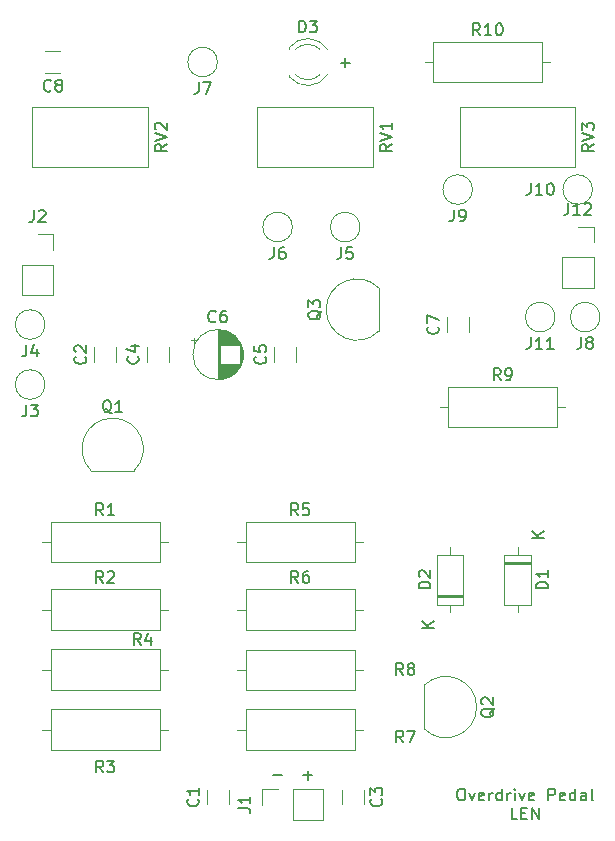
<source format=gbr>
%TF.GenerationSoftware,KiCad,Pcbnew,6.0.7-f9a2dced07~116~ubuntu20.04.1*%
%TF.CreationDate,2022-08-01T22:29:09-04:00*%
%TF.ProjectId,OverdrivePedal,4f766572-6472-4697-9665-506564616c2e,rev?*%
%TF.SameCoordinates,Original*%
%TF.FileFunction,Legend,Top*%
%TF.FilePolarity,Positive*%
%FSLAX46Y46*%
G04 Gerber Fmt 4.6, Leading zero omitted, Abs format (unit mm)*
G04 Created by KiCad (PCBNEW 6.0.7-f9a2dced07~116~ubuntu20.04.1) date 2022-08-01 22:29:09*
%MOMM*%
%LPD*%
G01*
G04 APERTURE LIST*
%ADD10C,0.150000*%
%ADD11C,0.120000*%
G04 APERTURE END LIST*
D10*
X139915000Y-118027380D02*
X140105476Y-118027380D01*
X140200714Y-118075000D01*
X140295952Y-118170238D01*
X140343571Y-118360714D01*
X140343571Y-118694047D01*
X140295952Y-118884523D01*
X140200714Y-118979761D01*
X140105476Y-119027380D01*
X139915000Y-119027380D01*
X139819761Y-118979761D01*
X139724523Y-118884523D01*
X139676904Y-118694047D01*
X139676904Y-118360714D01*
X139724523Y-118170238D01*
X139819761Y-118075000D01*
X139915000Y-118027380D01*
X140676904Y-118360714D02*
X140915000Y-119027380D01*
X141153095Y-118360714D01*
X141915000Y-118979761D02*
X141819761Y-119027380D01*
X141629285Y-119027380D01*
X141534047Y-118979761D01*
X141486428Y-118884523D01*
X141486428Y-118503571D01*
X141534047Y-118408333D01*
X141629285Y-118360714D01*
X141819761Y-118360714D01*
X141915000Y-118408333D01*
X141962619Y-118503571D01*
X141962619Y-118598809D01*
X141486428Y-118694047D01*
X142391190Y-119027380D02*
X142391190Y-118360714D01*
X142391190Y-118551190D02*
X142438809Y-118455952D01*
X142486428Y-118408333D01*
X142581666Y-118360714D01*
X142676904Y-118360714D01*
X143438809Y-119027380D02*
X143438809Y-118027380D01*
X143438809Y-118979761D02*
X143343571Y-119027380D01*
X143153095Y-119027380D01*
X143057857Y-118979761D01*
X143010238Y-118932142D01*
X142962619Y-118836904D01*
X142962619Y-118551190D01*
X143010238Y-118455952D01*
X143057857Y-118408333D01*
X143153095Y-118360714D01*
X143343571Y-118360714D01*
X143438809Y-118408333D01*
X143915000Y-119027380D02*
X143915000Y-118360714D01*
X143915000Y-118551190D02*
X143962619Y-118455952D01*
X144010238Y-118408333D01*
X144105476Y-118360714D01*
X144200714Y-118360714D01*
X144534047Y-119027380D02*
X144534047Y-118360714D01*
X144534047Y-118027380D02*
X144486428Y-118075000D01*
X144534047Y-118122619D01*
X144581666Y-118075000D01*
X144534047Y-118027380D01*
X144534047Y-118122619D01*
X144915000Y-118360714D02*
X145153095Y-119027380D01*
X145391190Y-118360714D01*
X146153095Y-118979761D02*
X146057857Y-119027380D01*
X145867380Y-119027380D01*
X145772142Y-118979761D01*
X145724523Y-118884523D01*
X145724523Y-118503571D01*
X145772142Y-118408333D01*
X145867380Y-118360714D01*
X146057857Y-118360714D01*
X146153095Y-118408333D01*
X146200714Y-118503571D01*
X146200714Y-118598809D01*
X145724523Y-118694047D01*
X147391190Y-119027380D02*
X147391190Y-118027380D01*
X147772142Y-118027380D01*
X147867380Y-118075000D01*
X147915000Y-118122619D01*
X147962619Y-118217857D01*
X147962619Y-118360714D01*
X147915000Y-118455952D01*
X147867380Y-118503571D01*
X147772142Y-118551190D01*
X147391190Y-118551190D01*
X148772142Y-118979761D02*
X148676904Y-119027380D01*
X148486428Y-119027380D01*
X148391190Y-118979761D01*
X148343571Y-118884523D01*
X148343571Y-118503571D01*
X148391190Y-118408333D01*
X148486428Y-118360714D01*
X148676904Y-118360714D01*
X148772142Y-118408333D01*
X148819761Y-118503571D01*
X148819761Y-118598809D01*
X148343571Y-118694047D01*
X149676904Y-119027380D02*
X149676904Y-118027380D01*
X149676904Y-118979761D02*
X149581666Y-119027380D01*
X149391190Y-119027380D01*
X149295952Y-118979761D01*
X149248333Y-118932142D01*
X149200714Y-118836904D01*
X149200714Y-118551190D01*
X149248333Y-118455952D01*
X149295952Y-118408333D01*
X149391190Y-118360714D01*
X149581666Y-118360714D01*
X149676904Y-118408333D01*
X150581666Y-119027380D02*
X150581666Y-118503571D01*
X150534047Y-118408333D01*
X150438809Y-118360714D01*
X150248333Y-118360714D01*
X150153095Y-118408333D01*
X150581666Y-118979761D02*
X150486428Y-119027380D01*
X150248333Y-119027380D01*
X150153095Y-118979761D01*
X150105476Y-118884523D01*
X150105476Y-118789285D01*
X150153095Y-118694047D01*
X150248333Y-118646428D01*
X150486428Y-118646428D01*
X150581666Y-118598809D01*
X151200714Y-119027380D02*
X151105476Y-118979761D01*
X151057857Y-118884523D01*
X151057857Y-118027380D01*
X144748333Y-120637380D02*
X144272142Y-120637380D01*
X144272142Y-119637380D01*
X145081666Y-120113571D02*
X145415000Y-120113571D01*
X145557857Y-120637380D02*
X145081666Y-120637380D01*
X145081666Y-119637380D01*
X145557857Y-119637380D01*
X145986428Y-120637380D02*
X145986428Y-119637380D01*
X146557857Y-120637380D01*
X146557857Y-119637380D01*
X124079047Y-116911428D02*
X124840952Y-116911428D01*
X126619047Y-116911428D02*
X127380952Y-116911428D01*
X127000000Y-117292380D02*
X127000000Y-116530476D01*
X129794047Y-56586428D02*
X130555952Y-56586428D01*
X130175000Y-56967380D02*
X130175000Y-56205476D01*
%TO.C,J12*%
X149075476Y-68457380D02*
X149075476Y-69171666D01*
X149027857Y-69314523D01*
X148932619Y-69409761D01*
X148789761Y-69457380D01*
X148694523Y-69457380D01*
X150075476Y-69457380D02*
X149504047Y-69457380D01*
X149789761Y-69457380D02*
X149789761Y-68457380D01*
X149694523Y-68600238D01*
X149599285Y-68695476D01*
X149504047Y-68743095D01*
X150456428Y-68552619D02*
X150504047Y-68505000D01*
X150599285Y-68457380D01*
X150837380Y-68457380D01*
X150932619Y-68505000D01*
X150980238Y-68552619D01*
X151027857Y-68647857D01*
X151027857Y-68743095D01*
X150980238Y-68885952D01*
X150408809Y-69457380D01*
X151027857Y-69457380D01*
%TO.C,J2*%
X103806666Y-69072380D02*
X103806666Y-69786666D01*
X103759047Y-69929523D01*
X103663809Y-70024761D01*
X103520952Y-70072380D01*
X103425714Y-70072380D01*
X104235238Y-69167619D02*
X104282857Y-69120000D01*
X104378095Y-69072380D01*
X104616190Y-69072380D01*
X104711428Y-69120000D01*
X104759047Y-69167619D01*
X104806666Y-69262857D01*
X104806666Y-69358095D01*
X104759047Y-69500952D01*
X104187619Y-70072380D01*
X104806666Y-70072380D01*
%TO.C,J1*%
X121142380Y-119713333D02*
X121856666Y-119713333D01*
X121999523Y-119760952D01*
X122094761Y-119856190D01*
X122142380Y-119999047D01*
X122142380Y-120094285D01*
X122142380Y-118713333D02*
X122142380Y-119284761D01*
X122142380Y-118999047D02*
X121142380Y-118999047D01*
X121285238Y-119094285D01*
X121380476Y-119189523D01*
X121428095Y-119284761D01*
%TO.C,RV3*%
X151247380Y-63460238D02*
X150771190Y-63793571D01*
X151247380Y-64031666D02*
X150247380Y-64031666D01*
X150247380Y-63650714D01*
X150295000Y-63555476D01*
X150342619Y-63507857D01*
X150437857Y-63460238D01*
X150580714Y-63460238D01*
X150675952Y-63507857D01*
X150723571Y-63555476D01*
X150771190Y-63650714D01*
X150771190Y-64031666D01*
X150247380Y-63174523D02*
X151247380Y-62841190D01*
X150247380Y-62507857D01*
X150247380Y-62269761D02*
X150247380Y-61650714D01*
X150628333Y-61984047D01*
X150628333Y-61841190D01*
X150675952Y-61745952D01*
X150723571Y-61698333D01*
X150818809Y-61650714D01*
X151056904Y-61650714D01*
X151152142Y-61698333D01*
X151199761Y-61745952D01*
X151247380Y-61841190D01*
X151247380Y-62126904D01*
X151199761Y-62222142D01*
X151152142Y-62269761D01*
%TO.C,RV2*%
X115052380Y-63460238D02*
X114576190Y-63793571D01*
X115052380Y-64031666D02*
X114052380Y-64031666D01*
X114052380Y-63650714D01*
X114100000Y-63555476D01*
X114147619Y-63507857D01*
X114242857Y-63460238D01*
X114385714Y-63460238D01*
X114480952Y-63507857D01*
X114528571Y-63555476D01*
X114576190Y-63650714D01*
X114576190Y-64031666D01*
X114052380Y-63174523D02*
X115052380Y-62841190D01*
X114052380Y-62507857D01*
X114147619Y-62222142D02*
X114100000Y-62174523D01*
X114052380Y-62079285D01*
X114052380Y-61841190D01*
X114100000Y-61745952D01*
X114147619Y-61698333D01*
X114242857Y-61650714D01*
X114338095Y-61650714D01*
X114480952Y-61698333D01*
X115052380Y-62269761D01*
X115052380Y-61650714D01*
%TO.C,RV1*%
X134102380Y-63460238D02*
X133626190Y-63793571D01*
X134102380Y-64031666D02*
X133102380Y-64031666D01*
X133102380Y-63650714D01*
X133150000Y-63555476D01*
X133197619Y-63507857D01*
X133292857Y-63460238D01*
X133435714Y-63460238D01*
X133530952Y-63507857D01*
X133578571Y-63555476D01*
X133626190Y-63650714D01*
X133626190Y-64031666D01*
X133102380Y-63174523D02*
X134102380Y-62841190D01*
X133102380Y-62507857D01*
X134102380Y-61650714D02*
X134102380Y-62222142D01*
X134102380Y-61936428D02*
X133102380Y-61936428D01*
X133245238Y-62031666D01*
X133340476Y-62126904D01*
X133388095Y-62222142D01*
%TO.C,R10*%
X141597142Y-54247380D02*
X141263809Y-53771190D01*
X141025714Y-54247380D02*
X141025714Y-53247380D01*
X141406666Y-53247380D01*
X141501904Y-53295000D01*
X141549523Y-53342619D01*
X141597142Y-53437857D01*
X141597142Y-53580714D01*
X141549523Y-53675952D01*
X141501904Y-53723571D01*
X141406666Y-53771190D01*
X141025714Y-53771190D01*
X142549523Y-54247380D02*
X141978095Y-54247380D01*
X142263809Y-54247380D02*
X142263809Y-53247380D01*
X142168571Y-53390238D01*
X142073333Y-53485476D01*
X141978095Y-53533095D01*
X143168571Y-53247380D02*
X143263809Y-53247380D01*
X143359047Y-53295000D01*
X143406666Y-53342619D01*
X143454285Y-53437857D01*
X143501904Y-53628333D01*
X143501904Y-53866428D01*
X143454285Y-54056904D01*
X143406666Y-54152142D01*
X143359047Y-54199761D01*
X143263809Y-54247380D01*
X143168571Y-54247380D01*
X143073333Y-54199761D01*
X143025714Y-54152142D01*
X142978095Y-54056904D01*
X142930476Y-53866428D01*
X142930476Y-53628333D01*
X142978095Y-53437857D01*
X143025714Y-53342619D01*
X143073333Y-53295000D01*
X143168571Y-53247380D01*
%TO.C,R9*%
X143343333Y-83457380D02*
X143010000Y-82981190D01*
X142771904Y-83457380D02*
X142771904Y-82457380D01*
X143152857Y-82457380D01*
X143248095Y-82505000D01*
X143295714Y-82552619D01*
X143343333Y-82647857D01*
X143343333Y-82790714D01*
X143295714Y-82885952D01*
X143248095Y-82933571D01*
X143152857Y-82981190D01*
X142771904Y-82981190D01*
X143819523Y-83457380D02*
X144010000Y-83457380D01*
X144105238Y-83409761D01*
X144152857Y-83362142D01*
X144248095Y-83219285D01*
X144295714Y-83028809D01*
X144295714Y-82647857D01*
X144248095Y-82552619D01*
X144200476Y-82505000D01*
X144105238Y-82457380D01*
X143914761Y-82457380D01*
X143819523Y-82505000D01*
X143771904Y-82552619D01*
X143724285Y-82647857D01*
X143724285Y-82885952D01*
X143771904Y-82981190D01*
X143819523Y-83028809D01*
X143914761Y-83076428D01*
X144105238Y-83076428D01*
X144200476Y-83028809D01*
X144248095Y-82981190D01*
X144295714Y-82885952D01*
%TO.C,R8*%
X135088333Y-108402380D02*
X134755000Y-107926190D01*
X134516904Y-108402380D02*
X134516904Y-107402380D01*
X134897857Y-107402380D01*
X134993095Y-107450000D01*
X135040714Y-107497619D01*
X135088333Y-107592857D01*
X135088333Y-107735714D01*
X135040714Y-107830952D01*
X134993095Y-107878571D01*
X134897857Y-107926190D01*
X134516904Y-107926190D01*
X135659761Y-107830952D02*
X135564523Y-107783333D01*
X135516904Y-107735714D01*
X135469285Y-107640476D01*
X135469285Y-107592857D01*
X135516904Y-107497619D01*
X135564523Y-107450000D01*
X135659761Y-107402380D01*
X135850238Y-107402380D01*
X135945476Y-107450000D01*
X135993095Y-107497619D01*
X136040714Y-107592857D01*
X136040714Y-107640476D01*
X135993095Y-107735714D01*
X135945476Y-107783333D01*
X135850238Y-107830952D01*
X135659761Y-107830952D01*
X135564523Y-107878571D01*
X135516904Y-107926190D01*
X135469285Y-108021428D01*
X135469285Y-108211904D01*
X135516904Y-108307142D01*
X135564523Y-108354761D01*
X135659761Y-108402380D01*
X135850238Y-108402380D01*
X135945476Y-108354761D01*
X135993095Y-108307142D01*
X136040714Y-108211904D01*
X136040714Y-108021428D01*
X135993095Y-107926190D01*
X135945476Y-107878571D01*
X135850238Y-107830952D01*
%TO.C,R7*%
X135088333Y-114117380D02*
X134755000Y-113641190D01*
X134516904Y-114117380D02*
X134516904Y-113117380D01*
X134897857Y-113117380D01*
X134993095Y-113165000D01*
X135040714Y-113212619D01*
X135088333Y-113307857D01*
X135088333Y-113450714D01*
X135040714Y-113545952D01*
X134993095Y-113593571D01*
X134897857Y-113641190D01*
X134516904Y-113641190D01*
X135421666Y-113117380D02*
X136088333Y-113117380D01*
X135659761Y-114117380D01*
%TO.C,R6*%
X126198333Y-100602380D02*
X125865000Y-100126190D01*
X125626904Y-100602380D02*
X125626904Y-99602380D01*
X126007857Y-99602380D01*
X126103095Y-99650000D01*
X126150714Y-99697619D01*
X126198333Y-99792857D01*
X126198333Y-99935714D01*
X126150714Y-100030952D01*
X126103095Y-100078571D01*
X126007857Y-100126190D01*
X125626904Y-100126190D01*
X127055476Y-99602380D02*
X126865000Y-99602380D01*
X126769761Y-99650000D01*
X126722142Y-99697619D01*
X126626904Y-99840476D01*
X126579285Y-100030952D01*
X126579285Y-100411904D01*
X126626904Y-100507142D01*
X126674523Y-100554761D01*
X126769761Y-100602380D01*
X126960238Y-100602380D01*
X127055476Y-100554761D01*
X127103095Y-100507142D01*
X127150714Y-100411904D01*
X127150714Y-100173809D01*
X127103095Y-100078571D01*
X127055476Y-100030952D01*
X126960238Y-99983333D01*
X126769761Y-99983333D01*
X126674523Y-100030952D01*
X126626904Y-100078571D01*
X126579285Y-100173809D01*
%TO.C,R5*%
X126198333Y-94887380D02*
X125865000Y-94411190D01*
X125626904Y-94887380D02*
X125626904Y-93887380D01*
X126007857Y-93887380D01*
X126103095Y-93935000D01*
X126150714Y-93982619D01*
X126198333Y-94077857D01*
X126198333Y-94220714D01*
X126150714Y-94315952D01*
X126103095Y-94363571D01*
X126007857Y-94411190D01*
X125626904Y-94411190D01*
X127103095Y-93887380D02*
X126626904Y-93887380D01*
X126579285Y-94363571D01*
X126626904Y-94315952D01*
X126722142Y-94268333D01*
X126960238Y-94268333D01*
X127055476Y-94315952D01*
X127103095Y-94363571D01*
X127150714Y-94458809D01*
X127150714Y-94696904D01*
X127103095Y-94792142D01*
X127055476Y-94839761D01*
X126960238Y-94887380D01*
X126722142Y-94887380D01*
X126626904Y-94839761D01*
X126579285Y-94792142D01*
%TO.C,R4*%
X112863333Y-105862380D02*
X112530000Y-105386190D01*
X112291904Y-105862380D02*
X112291904Y-104862380D01*
X112672857Y-104862380D01*
X112768095Y-104910000D01*
X112815714Y-104957619D01*
X112863333Y-105052857D01*
X112863333Y-105195714D01*
X112815714Y-105290952D01*
X112768095Y-105338571D01*
X112672857Y-105386190D01*
X112291904Y-105386190D01*
X113720476Y-105195714D02*
X113720476Y-105862380D01*
X113482380Y-104814761D02*
X113244285Y-105529047D01*
X113863333Y-105529047D01*
%TO.C,R3*%
X109688333Y-116657380D02*
X109355000Y-116181190D01*
X109116904Y-116657380D02*
X109116904Y-115657380D01*
X109497857Y-115657380D01*
X109593095Y-115705000D01*
X109640714Y-115752619D01*
X109688333Y-115847857D01*
X109688333Y-115990714D01*
X109640714Y-116085952D01*
X109593095Y-116133571D01*
X109497857Y-116181190D01*
X109116904Y-116181190D01*
X110021666Y-115657380D02*
X110640714Y-115657380D01*
X110307380Y-116038333D01*
X110450238Y-116038333D01*
X110545476Y-116085952D01*
X110593095Y-116133571D01*
X110640714Y-116228809D01*
X110640714Y-116466904D01*
X110593095Y-116562142D01*
X110545476Y-116609761D01*
X110450238Y-116657380D01*
X110164523Y-116657380D01*
X110069285Y-116609761D01*
X110021666Y-116562142D01*
%TO.C,R2*%
X109688333Y-100602380D02*
X109355000Y-100126190D01*
X109116904Y-100602380D02*
X109116904Y-99602380D01*
X109497857Y-99602380D01*
X109593095Y-99650000D01*
X109640714Y-99697619D01*
X109688333Y-99792857D01*
X109688333Y-99935714D01*
X109640714Y-100030952D01*
X109593095Y-100078571D01*
X109497857Y-100126190D01*
X109116904Y-100126190D01*
X110069285Y-99697619D02*
X110116904Y-99650000D01*
X110212142Y-99602380D01*
X110450238Y-99602380D01*
X110545476Y-99650000D01*
X110593095Y-99697619D01*
X110640714Y-99792857D01*
X110640714Y-99888095D01*
X110593095Y-100030952D01*
X110021666Y-100602380D01*
X110640714Y-100602380D01*
%TO.C,R1*%
X109688333Y-94887380D02*
X109355000Y-94411190D01*
X109116904Y-94887380D02*
X109116904Y-93887380D01*
X109497857Y-93887380D01*
X109593095Y-93935000D01*
X109640714Y-93982619D01*
X109688333Y-94077857D01*
X109688333Y-94220714D01*
X109640714Y-94315952D01*
X109593095Y-94363571D01*
X109497857Y-94411190D01*
X109116904Y-94411190D01*
X110640714Y-94887380D02*
X110069285Y-94887380D01*
X110355000Y-94887380D02*
X110355000Y-93887380D01*
X110259761Y-94030238D01*
X110164523Y-94125476D01*
X110069285Y-94173095D01*
%TO.C,Q3*%
X128157619Y-77565238D02*
X128110000Y-77660476D01*
X128014761Y-77755714D01*
X127871904Y-77898571D01*
X127824285Y-77993809D01*
X127824285Y-78089047D01*
X128062380Y-78041428D02*
X128014761Y-78136666D01*
X127919523Y-78231904D01*
X127729047Y-78279523D01*
X127395714Y-78279523D01*
X127205238Y-78231904D01*
X127110000Y-78136666D01*
X127062380Y-78041428D01*
X127062380Y-77850952D01*
X127110000Y-77755714D01*
X127205238Y-77660476D01*
X127395714Y-77612857D01*
X127729047Y-77612857D01*
X127919523Y-77660476D01*
X128014761Y-77755714D01*
X128062380Y-77850952D01*
X128062380Y-78041428D01*
X127062380Y-77279523D02*
X127062380Y-76660476D01*
X127443333Y-76993809D01*
X127443333Y-76850952D01*
X127490952Y-76755714D01*
X127538571Y-76708095D01*
X127633809Y-76660476D01*
X127871904Y-76660476D01*
X127967142Y-76708095D01*
X128014761Y-76755714D01*
X128062380Y-76850952D01*
X128062380Y-77136666D01*
X128014761Y-77231904D01*
X127967142Y-77279523D01*
%TO.C,Q2*%
X142812619Y-111220238D02*
X142765000Y-111315476D01*
X142669761Y-111410714D01*
X142526904Y-111553571D01*
X142479285Y-111648809D01*
X142479285Y-111744047D01*
X142717380Y-111696428D02*
X142669761Y-111791666D01*
X142574523Y-111886904D01*
X142384047Y-111934523D01*
X142050714Y-111934523D01*
X141860238Y-111886904D01*
X141765000Y-111791666D01*
X141717380Y-111696428D01*
X141717380Y-111505952D01*
X141765000Y-111410714D01*
X141860238Y-111315476D01*
X142050714Y-111267857D01*
X142384047Y-111267857D01*
X142574523Y-111315476D01*
X142669761Y-111410714D01*
X142717380Y-111505952D01*
X142717380Y-111696428D01*
X141812619Y-110886904D02*
X141765000Y-110839285D01*
X141717380Y-110744047D01*
X141717380Y-110505952D01*
X141765000Y-110410714D01*
X141812619Y-110363095D01*
X141907857Y-110315476D01*
X142003095Y-110315476D01*
X142145952Y-110363095D01*
X142717380Y-110934523D01*
X142717380Y-110315476D01*
%TO.C,Q1*%
X110394761Y-86247619D02*
X110299523Y-86200000D01*
X110204285Y-86104761D01*
X110061428Y-85961904D01*
X109966190Y-85914285D01*
X109870952Y-85914285D01*
X109918571Y-86152380D02*
X109823333Y-86104761D01*
X109728095Y-86009523D01*
X109680476Y-85819047D01*
X109680476Y-85485714D01*
X109728095Y-85295238D01*
X109823333Y-85200000D01*
X109918571Y-85152380D01*
X110109047Y-85152380D01*
X110204285Y-85200000D01*
X110299523Y-85295238D01*
X110347142Y-85485714D01*
X110347142Y-85819047D01*
X110299523Y-86009523D01*
X110204285Y-86104761D01*
X110109047Y-86152380D01*
X109918571Y-86152380D01*
X111299523Y-86152380D02*
X110728095Y-86152380D01*
X111013809Y-86152380D02*
X111013809Y-85152380D01*
X110918571Y-85295238D01*
X110823333Y-85390476D01*
X110728095Y-85438095D01*
%TO.C,J11*%
X145875476Y-79807380D02*
X145875476Y-80521666D01*
X145827857Y-80664523D01*
X145732619Y-80759761D01*
X145589761Y-80807380D01*
X145494523Y-80807380D01*
X146875476Y-80807380D02*
X146304047Y-80807380D01*
X146589761Y-80807380D02*
X146589761Y-79807380D01*
X146494523Y-79950238D01*
X146399285Y-80045476D01*
X146304047Y-80093095D01*
X147827857Y-80807380D02*
X147256428Y-80807380D01*
X147542142Y-80807380D02*
X147542142Y-79807380D01*
X147446904Y-79950238D01*
X147351666Y-80045476D01*
X147256428Y-80093095D01*
%TO.C,J10*%
X145875476Y-66762380D02*
X145875476Y-67476666D01*
X145827857Y-67619523D01*
X145732619Y-67714761D01*
X145589761Y-67762380D01*
X145494523Y-67762380D01*
X146875476Y-67762380D02*
X146304047Y-67762380D01*
X146589761Y-67762380D02*
X146589761Y-66762380D01*
X146494523Y-66905238D01*
X146399285Y-67000476D01*
X146304047Y-67048095D01*
X147494523Y-66762380D02*
X147589761Y-66762380D01*
X147685000Y-66810000D01*
X147732619Y-66857619D01*
X147780238Y-66952857D01*
X147827857Y-67143333D01*
X147827857Y-67381428D01*
X147780238Y-67571904D01*
X147732619Y-67667142D01*
X147685000Y-67714761D01*
X147589761Y-67762380D01*
X147494523Y-67762380D01*
X147399285Y-67714761D01*
X147351666Y-67667142D01*
X147304047Y-67571904D01*
X147256428Y-67381428D01*
X147256428Y-67143333D01*
X147304047Y-66952857D01*
X147351666Y-66857619D01*
X147399285Y-66810000D01*
X147494523Y-66762380D01*
%TO.C,J9*%
X139366666Y-69012380D02*
X139366666Y-69726666D01*
X139319047Y-69869523D01*
X139223809Y-69964761D01*
X139080952Y-70012380D01*
X138985714Y-70012380D01*
X139890476Y-70012380D02*
X140080952Y-70012380D01*
X140176190Y-69964761D01*
X140223809Y-69917142D01*
X140319047Y-69774285D01*
X140366666Y-69583809D01*
X140366666Y-69202857D01*
X140319047Y-69107619D01*
X140271428Y-69060000D01*
X140176190Y-69012380D01*
X139985714Y-69012380D01*
X139890476Y-69060000D01*
X139842857Y-69107619D01*
X139795238Y-69202857D01*
X139795238Y-69440952D01*
X139842857Y-69536190D01*
X139890476Y-69583809D01*
X139985714Y-69631428D01*
X140176190Y-69631428D01*
X140271428Y-69583809D01*
X140319047Y-69536190D01*
X140366666Y-69440952D01*
%TO.C,J8*%
X150161666Y-79807380D02*
X150161666Y-80521666D01*
X150114047Y-80664523D01*
X150018809Y-80759761D01*
X149875952Y-80807380D01*
X149780714Y-80807380D01*
X150780714Y-80235952D02*
X150685476Y-80188333D01*
X150637857Y-80140714D01*
X150590238Y-80045476D01*
X150590238Y-79997857D01*
X150637857Y-79902619D01*
X150685476Y-79855000D01*
X150780714Y-79807380D01*
X150971190Y-79807380D01*
X151066428Y-79855000D01*
X151114047Y-79902619D01*
X151161666Y-79997857D01*
X151161666Y-80045476D01*
X151114047Y-80140714D01*
X151066428Y-80188333D01*
X150971190Y-80235952D01*
X150780714Y-80235952D01*
X150685476Y-80283571D01*
X150637857Y-80331190D01*
X150590238Y-80426428D01*
X150590238Y-80616904D01*
X150637857Y-80712142D01*
X150685476Y-80759761D01*
X150780714Y-80807380D01*
X150971190Y-80807380D01*
X151066428Y-80759761D01*
X151114047Y-80712142D01*
X151161666Y-80616904D01*
X151161666Y-80426428D01*
X151114047Y-80331190D01*
X151066428Y-80283571D01*
X150971190Y-80235952D01*
%TO.C,J7*%
X117776666Y-58217380D02*
X117776666Y-58931666D01*
X117729047Y-59074523D01*
X117633809Y-59169761D01*
X117490952Y-59217380D01*
X117395714Y-59217380D01*
X118157619Y-58217380D02*
X118824285Y-58217380D01*
X118395714Y-59217380D01*
%TO.C,J6*%
X124126666Y-72187380D02*
X124126666Y-72901666D01*
X124079047Y-73044523D01*
X123983809Y-73139761D01*
X123840952Y-73187380D01*
X123745714Y-73187380D01*
X125031428Y-72187380D02*
X124840952Y-72187380D01*
X124745714Y-72235000D01*
X124698095Y-72282619D01*
X124602857Y-72425476D01*
X124555238Y-72615952D01*
X124555238Y-72996904D01*
X124602857Y-73092142D01*
X124650476Y-73139761D01*
X124745714Y-73187380D01*
X124936190Y-73187380D01*
X125031428Y-73139761D01*
X125079047Y-73092142D01*
X125126666Y-72996904D01*
X125126666Y-72758809D01*
X125079047Y-72663571D01*
X125031428Y-72615952D01*
X124936190Y-72568333D01*
X124745714Y-72568333D01*
X124650476Y-72615952D01*
X124602857Y-72663571D01*
X124555238Y-72758809D01*
%TO.C,J5*%
X129841666Y-72187380D02*
X129841666Y-72901666D01*
X129794047Y-73044523D01*
X129698809Y-73139761D01*
X129555952Y-73187380D01*
X129460714Y-73187380D01*
X130794047Y-72187380D02*
X130317857Y-72187380D01*
X130270238Y-72663571D01*
X130317857Y-72615952D01*
X130413095Y-72568333D01*
X130651190Y-72568333D01*
X130746428Y-72615952D01*
X130794047Y-72663571D01*
X130841666Y-72758809D01*
X130841666Y-72996904D01*
X130794047Y-73092142D01*
X130746428Y-73139761D01*
X130651190Y-73187380D01*
X130413095Y-73187380D01*
X130317857Y-73139761D01*
X130270238Y-73092142D01*
%TO.C,J4*%
X103171666Y-80442380D02*
X103171666Y-81156666D01*
X103124047Y-81299523D01*
X103028809Y-81394761D01*
X102885952Y-81442380D01*
X102790714Y-81442380D01*
X104076428Y-80775714D02*
X104076428Y-81442380D01*
X103838333Y-80394761D02*
X103600238Y-81109047D01*
X104219285Y-81109047D01*
%TO.C,J3*%
X103171666Y-85522380D02*
X103171666Y-86236666D01*
X103124047Y-86379523D01*
X103028809Y-86474761D01*
X102885952Y-86522380D01*
X102790714Y-86522380D01*
X103552619Y-85522380D02*
X104171666Y-85522380D01*
X103838333Y-85903333D01*
X103981190Y-85903333D01*
X104076428Y-85950952D01*
X104124047Y-85998571D01*
X104171666Y-86093809D01*
X104171666Y-86331904D01*
X104124047Y-86427142D01*
X104076428Y-86474761D01*
X103981190Y-86522380D01*
X103695476Y-86522380D01*
X103600238Y-86474761D01*
X103552619Y-86427142D01*
%TO.C,D3*%
X126261904Y-54007380D02*
X126261904Y-53007380D01*
X126500000Y-53007380D01*
X126642857Y-53055000D01*
X126738095Y-53150238D01*
X126785714Y-53245476D01*
X126833333Y-53435952D01*
X126833333Y-53578809D01*
X126785714Y-53769285D01*
X126738095Y-53864523D01*
X126642857Y-53959761D01*
X126500000Y-54007380D01*
X126261904Y-54007380D01*
X127166666Y-53007380D02*
X127785714Y-53007380D01*
X127452380Y-53388333D01*
X127595238Y-53388333D01*
X127690476Y-53435952D01*
X127738095Y-53483571D01*
X127785714Y-53578809D01*
X127785714Y-53816904D01*
X127738095Y-53912142D01*
X127690476Y-53959761D01*
X127595238Y-54007380D01*
X127309523Y-54007380D01*
X127214285Y-53959761D01*
X127166666Y-53912142D01*
%TO.C,D2*%
X137397380Y-101068095D02*
X136397380Y-101068095D01*
X136397380Y-100830000D01*
X136445000Y-100687142D01*
X136540238Y-100591904D01*
X136635476Y-100544285D01*
X136825952Y-100496666D01*
X136968809Y-100496666D01*
X137159285Y-100544285D01*
X137254523Y-100591904D01*
X137349761Y-100687142D01*
X137397380Y-100830000D01*
X137397380Y-101068095D01*
X136492619Y-100115714D02*
X136445000Y-100068095D01*
X136397380Y-99972857D01*
X136397380Y-99734761D01*
X136445000Y-99639523D01*
X136492619Y-99591904D01*
X136587857Y-99544285D01*
X136683095Y-99544285D01*
X136825952Y-99591904D01*
X137397380Y-100163333D01*
X137397380Y-99544285D01*
X137717380Y-104401904D02*
X136717380Y-104401904D01*
X137717380Y-103830476D02*
X137145952Y-104259047D01*
X136717380Y-103830476D02*
X137288809Y-104401904D01*
%TO.C,D1*%
X147352380Y-101068095D02*
X146352380Y-101068095D01*
X146352380Y-100830000D01*
X146400000Y-100687142D01*
X146495238Y-100591904D01*
X146590476Y-100544285D01*
X146780952Y-100496666D01*
X146923809Y-100496666D01*
X147114285Y-100544285D01*
X147209523Y-100591904D01*
X147304761Y-100687142D01*
X147352380Y-100830000D01*
X147352380Y-101068095D01*
X147352380Y-99544285D02*
X147352380Y-100115714D01*
X147352380Y-99830000D02*
X146352380Y-99830000D01*
X146495238Y-99925238D01*
X146590476Y-100020476D01*
X146638095Y-100115714D01*
X147032380Y-96781904D02*
X146032380Y-96781904D01*
X147032380Y-96210476D02*
X146460952Y-96639047D01*
X146032380Y-96210476D02*
X146603809Y-96781904D01*
%TO.C,C8*%
X105263333Y-58922142D02*
X105215714Y-58969761D01*
X105072857Y-59017380D01*
X104977619Y-59017380D01*
X104834761Y-58969761D01*
X104739523Y-58874523D01*
X104691904Y-58779285D01*
X104644285Y-58588809D01*
X104644285Y-58445952D01*
X104691904Y-58255476D01*
X104739523Y-58160238D01*
X104834761Y-58065000D01*
X104977619Y-58017380D01*
X105072857Y-58017380D01*
X105215714Y-58065000D01*
X105263333Y-58112619D01*
X105834761Y-58445952D02*
X105739523Y-58398333D01*
X105691904Y-58350714D01*
X105644285Y-58255476D01*
X105644285Y-58207857D01*
X105691904Y-58112619D01*
X105739523Y-58065000D01*
X105834761Y-58017380D01*
X106025238Y-58017380D01*
X106120476Y-58065000D01*
X106168095Y-58112619D01*
X106215714Y-58207857D01*
X106215714Y-58255476D01*
X106168095Y-58350714D01*
X106120476Y-58398333D01*
X106025238Y-58445952D01*
X105834761Y-58445952D01*
X105739523Y-58493571D01*
X105691904Y-58541190D01*
X105644285Y-58636428D01*
X105644285Y-58826904D01*
X105691904Y-58922142D01*
X105739523Y-58969761D01*
X105834761Y-59017380D01*
X106025238Y-59017380D01*
X106120476Y-58969761D01*
X106168095Y-58922142D01*
X106215714Y-58826904D01*
X106215714Y-58636428D01*
X106168095Y-58541190D01*
X106120476Y-58493571D01*
X106025238Y-58445952D01*
%TO.C,C7*%
X138007142Y-78906666D02*
X138054761Y-78954285D01*
X138102380Y-79097142D01*
X138102380Y-79192380D01*
X138054761Y-79335238D01*
X137959523Y-79430476D01*
X137864285Y-79478095D01*
X137673809Y-79525714D01*
X137530952Y-79525714D01*
X137340476Y-79478095D01*
X137245238Y-79430476D01*
X137150000Y-79335238D01*
X137102380Y-79192380D01*
X137102380Y-79097142D01*
X137150000Y-78954285D01*
X137197619Y-78906666D01*
X137102380Y-78573333D02*
X137102380Y-77906666D01*
X138102380Y-78335238D01*
%TO.C,C6*%
X119213333Y-78462142D02*
X119165714Y-78509761D01*
X119022857Y-78557380D01*
X118927619Y-78557380D01*
X118784761Y-78509761D01*
X118689523Y-78414523D01*
X118641904Y-78319285D01*
X118594285Y-78128809D01*
X118594285Y-77985952D01*
X118641904Y-77795476D01*
X118689523Y-77700238D01*
X118784761Y-77605000D01*
X118927619Y-77557380D01*
X119022857Y-77557380D01*
X119165714Y-77605000D01*
X119213333Y-77652619D01*
X120070476Y-77557380D02*
X119880000Y-77557380D01*
X119784761Y-77605000D01*
X119737142Y-77652619D01*
X119641904Y-77795476D01*
X119594285Y-77985952D01*
X119594285Y-78366904D01*
X119641904Y-78462142D01*
X119689523Y-78509761D01*
X119784761Y-78557380D01*
X119975238Y-78557380D01*
X120070476Y-78509761D01*
X120118095Y-78462142D01*
X120165714Y-78366904D01*
X120165714Y-78128809D01*
X120118095Y-78033571D01*
X120070476Y-77985952D01*
X119975238Y-77938333D01*
X119784761Y-77938333D01*
X119689523Y-77985952D01*
X119641904Y-78033571D01*
X119594285Y-78128809D01*
%TO.C,C5*%
X123402142Y-81446666D02*
X123449761Y-81494285D01*
X123497380Y-81637142D01*
X123497380Y-81732380D01*
X123449761Y-81875238D01*
X123354523Y-81970476D01*
X123259285Y-82018095D01*
X123068809Y-82065714D01*
X122925952Y-82065714D01*
X122735476Y-82018095D01*
X122640238Y-81970476D01*
X122545000Y-81875238D01*
X122497380Y-81732380D01*
X122497380Y-81637142D01*
X122545000Y-81494285D01*
X122592619Y-81446666D01*
X122497380Y-80541904D02*
X122497380Y-81018095D01*
X122973571Y-81065714D01*
X122925952Y-81018095D01*
X122878333Y-80922857D01*
X122878333Y-80684761D01*
X122925952Y-80589523D01*
X122973571Y-80541904D01*
X123068809Y-80494285D01*
X123306904Y-80494285D01*
X123402142Y-80541904D01*
X123449761Y-80589523D01*
X123497380Y-80684761D01*
X123497380Y-80922857D01*
X123449761Y-81018095D01*
X123402142Y-81065714D01*
%TO.C,C4*%
X112607142Y-81426666D02*
X112654761Y-81474285D01*
X112702380Y-81617142D01*
X112702380Y-81712380D01*
X112654761Y-81855238D01*
X112559523Y-81950476D01*
X112464285Y-81998095D01*
X112273809Y-82045714D01*
X112130952Y-82045714D01*
X111940476Y-81998095D01*
X111845238Y-81950476D01*
X111750000Y-81855238D01*
X111702380Y-81712380D01*
X111702380Y-81617142D01*
X111750000Y-81474285D01*
X111797619Y-81426666D01*
X112035714Y-80569523D02*
X112702380Y-80569523D01*
X111654761Y-80807619D02*
X112369047Y-81045714D01*
X112369047Y-80426666D01*
%TO.C,C3*%
X133217142Y-118911666D02*
X133264761Y-118959285D01*
X133312380Y-119102142D01*
X133312380Y-119197380D01*
X133264761Y-119340238D01*
X133169523Y-119435476D01*
X133074285Y-119483095D01*
X132883809Y-119530714D01*
X132740952Y-119530714D01*
X132550476Y-119483095D01*
X132455238Y-119435476D01*
X132360000Y-119340238D01*
X132312380Y-119197380D01*
X132312380Y-119102142D01*
X132360000Y-118959285D01*
X132407619Y-118911666D01*
X132312380Y-118578333D02*
X132312380Y-117959285D01*
X132693333Y-118292619D01*
X132693333Y-118149761D01*
X132740952Y-118054523D01*
X132788571Y-118006904D01*
X132883809Y-117959285D01*
X133121904Y-117959285D01*
X133217142Y-118006904D01*
X133264761Y-118054523D01*
X133312380Y-118149761D01*
X133312380Y-118435476D01*
X133264761Y-118530714D01*
X133217142Y-118578333D01*
%TO.C,C2*%
X108162142Y-81446666D02*
X108209761Y-81494285D01*
X108257380Y-81637142D01*
X108257380Y-81732380D01*
X108209761Y-81875238D01*
X108114523Y-81970476D01*
X108019285Y-82018095D01*
X107828809Y-82065714D01*
X107685952Y-82065714D01*
X107495476Y-82018095D01*
X107400238Y-81970476D01*
X107305000Y-81875238D01*
X107257380Y-81732380D01*
X107257380Y-81637142D01*
X107305000Y-81494285D01*
X107352619Y-81446666D01*
X107352619Y-81065714D02*
X107305000Y-81018095D01*
X107257380Y-80922857D01*
X107257380Y-80684761D01*
X107305000Y-80589523D01*
X107352619Y-80541904D01*
X107447857Y-80494285D01*
X107543095Y-80494285D01*
X107685952Y-80541904D01*
X108257380Y-81113333D01*
X108257380Y-80494285D01*
%TO.C,C1*%
X117687142Y-118911666D02*
X117734761Y-118959285D01*
X117782380Y-119102142D01*
X117782380Y-119197380D01*
X117734761Y-119340238D01*
X117639523Y-119435476D01*
X117544285Y-119483095D01*
X117353809Y-119530714D01*
X117210952Y-119530714D01*
X117020476Y-119483095D01*
X116925238Y-119435476D01*
X116830000Y-119340238D01*
X116782380Y-119197380D01*
X116782380Y-119102142D01*
X116830000Y-118959285D01*
X116877619Y-118911666D01*
X117782380Y-117959285D02*
X117782380Y-118530714D01*
X117782380Y-118245000D02*
X116782380Y-118245000D01*
X116925238Y-118340238D01*
X117020476Y-118435476D01*
X117068095Y-118530714D01*
D11*
%TO.C,J12*%
X148555000Y-75645000D02*
X151215000Y-75645000D01*
X151215000Y-70445000D02*
X151215000Y-71775000D01*
X149885000Y-70445000D02*
X151215000Y-70445000D01*
X148555000Y-73045000D02*
X151215000Y-73045000D01*
X151215000Y-73045000D02*
X151215000Y-75645000D01*
X148555000Y-73045000D02*
X148555000Y-75645000D01*
%TO.C,J2*%
X102810000Y-73660000D02*
X102810000Y-76260000D01*
X105470000Y-73660000D02*
X105470000Y-76260000D01*
X102810000Y-73660000D02*
X105470000Y-73660000D01*
X104140000Y-71060000D02*
X105470000Y-71060000D01*
X105470000Y-71060000D02*
X105470000Y-72390000D01*
X102810000Y-76260000D02*
X105470000Y-76260000D01*
%TO.C,J1*%
X125730000Y-120710000D02*
X128330000Y-120710000D01*
X125730000Y-118050000D02*
X128330000Y-118050000D01*
X125730000Y-120710000D02*
X125730000Y-118050000D01*
X123130000Y-119380000D02*
X123130000Y-118050000D01*
X123130000Y-118050000D02*
X124460000Y-118050000D01*
X128330000Y-120710000D02*
X128330000Y-118050000D01*
%TO.C,RV3*%
X139895000Y-60330000D02*
X139895000Y-65400000D01*
X149665000Y-60330000D02*
X139895000Y-60330000D01*
X149665000Y-65400000D02*
X139895000Y-65400000D01*
X149665000Y-60330000D02*
X149665000Y-65400000D01*
%TO.C,RV2*%
X103700000Y-60330000D02*
X103700000Y-65400000D01*
X113470000Y-60330000D02*
X103700000Y-60330000D01*
X113470000Y-65400000D02*
X103700000Y-65400000D01*
X113470000Y-60330000D02*
X113470000Y-65400000D01*
%TO.C,RV1*%
X122750000Y-60330000D02*
X122750000Y-65400000D01*
X132520000Y-60330000D02*
X122750000Y-60330000D01*
X132520000Y-65400000D02*
X122750000Y-65400000D01*
X132520000Y-60330000D02*
X132520000Y-65400000D01*
%TO.C,R10*%
X146860000Y-54795000D02*
X137620000Y-54795000D01*
X137620000Y-58235000D02*
X146860000Y-58235000D01*
X146860000Y-58235000D02*
X146860000Y-54795000D01*
X147550000Y-56515000D02*
X146860000Y-56515000D01*
X136930000Y-56515000D02*
X137620000Y-56515000D01*
X137620000Y-54795000D02*
X137620000Y-58235000D01*
%TO.C,R9*%
X138890000Y-84005000D02*
X138890000Y-87445000D01*
X138200000Y-85725000D02*
X138890000Y-85725000D01*
X148820000Y-85725000D02*
X148130000Y-85725000D01*
X148130000Y-87445000D02*
X148130000Y-84005000D01*
X138890000Y-87445000D02*
X148130000Y-87445000D01*
X148130000Y-84005000D02*
X138890000Y-84005000D01*
%TO.C,R8*%
X130985000Y-106255000D02*
X121745000Y-106255000D01*
X121745000Y-109695000D02*
X130985000Y-109695000D01*
X130985000Y-109695000D02*
X130985000Y-106255000D01*
X131675000Y-107975000D02*
X130985000Y-107975000D01*
X121055000Y-107975000D02*
X121745000Y-107975000D01*
X121745000Y-106255000D02*
X121745000Y-109695000D01*
%TO.C,R7*%
X121745000Y-111310000D02*
X121745000Y-114750000D01*
X121055000Y-113030000D02*
X121745000Y-113030000D01*
X131675000Y-113030000D02*
X130985000Y-113030000D01*
X130985000Y-114750000D02*
X130985000Y-111310000D01*
X121745000Y-114750000D02*
X130985000Y-114750000D01*
X130985000Y-111310000D02*
X121745000Y-111310000D01*
%TO.C,R6*%
X121745000Y-101150000D02*
X121745000Y-104590000D01*
X121055000Y-102870000D02*
X121745000Y-102870000D01*
X131675000Y-102870000D02*
X130985000Y-102870000D01*
X130985000Y-104590000D02*
X130985000Y-101150000D01*
X121745000Y-104590000D02*
X130985000Y-104590000D01*
X130985000Y-101150000D02*
X121745000Y-101150000D01*
%TO.C,R5*%
X130985000Y-95435000D02*
X121745000Y-95435000D01*
X121745000Y-98875000D02*
X130985000Y-98875000D01*
X130985000Y-98875000D02*
X130985000Y-95435000D01*
X131675000Y-97155000D02*
X130985000Y-97155000D01*
X121055000Y-97155000D02*
X121745000Y-97155000D01*
X121745000Y-95435000D02*
X121745000Y-98875000D01*
%TO.C,R4*%
X114475000Y-106230000D02*
X105235000Y-106230000D01*
X105235000Y-109670000D02*
X114475000Y-109670000D01*
X114475000Y-109670000D02*
X114475000Y-106230000D01*
X115165000Y-107950000D02*
X114475000Y-107950000D01*
X104545000Y-107950000D02*
X105235000Y-107950000D01*
X105235000Y-106230000D02*
X105235000Y-109670000D01*
%TO.C,R3*%
X105235000Y-111310000D02*
X105235000Y-114750000D01*
X104545000Y-113030000D02*
X105235000Y-113030000D01*
X115165000Y-113030000D02*
X114475000Y-113030000D01*
X114475000Y-114750000D02*
X114475000Y-111310000D01*
X105235000Y-114750000D02*
X114475000Y-114750000D01*
X114475000Y-111310000D02*
X105235000Y-111310000D01*
%TO.C,R2*%
X114475000Y-101150000D02*
X105235000Y-101150000D01*
X105235000Y-104590000D02*
X114475000Y-104590000D01*
X114475000Y-104590000D02*
X114475000Y-101150000D01*
X115165000Y-102870000D02*
X114475000Y-102870000D01*
X104545000Y-102870000D02*
X105235000Y-102870000D01*
X105235000Y-101150000D02*
X105235000Y-104590000D01*
%TO.C,R1*%
X105235000Y-95435000D02*
X105235000Y-98875000D01*
X104545000Y-97155000D02*
X105235000Y-97155000D01*
X115165000Y-97155000D02*
X114475000Y-97155000D01*
X114475000Y-98875000D02*
X114475000Y-95435000D01*
X105235000Y-98875000D02*
X114475000Y-98875000D01*
X114475000Y-95435000D02*
X105235000Y-95435000D01*
%TO.C,Q3*%
X128569999Y-77470000D02*
G75*
G03*
X133008478Y-79308478I2600001J0D01*
G01*
X133008478Y-75631522D02*
G75*
G03*
X128570000Y-77470000I-1838478J-1838478D01*
G01*
X133020000Y-79270000D02*
X133020000Y-75670000D01*
%TO.C,Q2*%
X141305001Y-111125000D02*
G75*
G03*
X136866522Y-109286522I-2600001J0D01*
G01*
X136866522Y-112963478D02*
G75*
G03*
X141305000Y-111125000I1838478J1838478D01*
G01*
X136855000Y-109325000D02*
X136855000Y-112925000D01*
%TO.C,Q1*%
X110490000Y-86659999D02*
G75*
G03*
X108651522Y-91098478I0J-2600001D01*
G01*
X112328478Y-91098478D02*
G75*
G03*
X110490000Y-86660000I-1838478J1838478D01*
G01*
X108690000Y-91110000D02*
X112290000Y-91110000D01*
%TO.C,J11*%
X147936000Y-78105000D02*
G75*
G03*
X147936000Y-78105000I-1251000J0D01*
G01*
%TO.C,J10*%
X151111000Y-67310000D02*
G75*
G03*
X151111000Y-67310000I-1251000J0D01*
G01*
%TO.C,J9*%
X140951000Y-67310000D02*
G75*
G03*
X140951000Y-67310000I-1251000J0D01*
G01*
%TO.C,J8*%
X151746000Y-78105000D02*
G75*
G03*
X151746000Y-78105000I-1251000J0D01*
G01*
%TO.C,J7*%
X119361000Y-56515000D02*
G75*
G03*
X119361000Y-56515000I-1251000J0D01*
G01*
%TO.C,J6*%
X125711000Y-70485000D02*
G75*
G03*
X125711000Y-70485000I-1251000J0D01*
G01*
%TO.C,J5*%
X131426000Y-70485000D02*
G75*
G03*
X131426000Y-70485000I-1251000J0D01*
G01*
%TO.C,J4*%
X104756000Y-78740000D02*
G75*
G03*
X104756000Y-78740000I-1251000J0D01*
G01*
%TO.C,J3*%
X104756000Y-83820000D02*
G75*
G03*
X104756000Y-83820000I-1251000J0D01*
G01*
%TO.C,D3*%
X125440000Y-55279000D02*
X125440000Y-55435000D01*
X125440000Y-57595000D02*
X125440000Y-57751000D01*
X128041130Y-55435163D02*
G75*
G03*
X125959039Y-55435000I-1041130J-1079837D01*
G01*
X125440000Y-57750516D02*
G75*
G03*
X128672335Y-57593608I1560000J1235516D01*
G01*
X125959039Y-57595000D02*
G75*
G03*
X128041130Y-57594837I1040961J1080000D01*
G01*
X128672335Y-55436392D02*
G75*
G03*
X125440000Y-55279484I-1672335J-1078608D01*
G01*
%TO.C,D2*%
X137945000Y-98210000D02*
X137945000Y-102450000D01*
X137945000Y-101730000D02*
X140185000Y-101730000D01*
X137945000Y-101850000D02*
X140185000Y-101850000D01*
X140185000Y-98210000D02*
X137945000Y-98210000D01*
X137945000Y-101610000D02*
X140185000Y-101610000D01*
X139065000Y-103100000D02*
X139065000Y-102450000D01*
X137945000Y-102450000D02*
X140185000Y-102450000D01*
X140185000Y-102450000D02*
X140185000Y-98210000D01*
X139065000Y-97560000D02*
X139065000Y-98210000D01*
%TO.C,D1*%
X145900000Y-102450000D02*
X145900000Y-98210000D01*
X145900000Y-98930000D02*
X143660000Y-98930000D01*
X145900000Y-98810000D02*
X143660000Y-98810000D01*
X143660000Y-102450000D02*
X145900000Y-102450000D01*
X145900000Y-99050000D02*
X143660000Y-99050000D01*
X144780000Y-97560000D02*
X144780000Y-98210000D01*
X145900000Y-98210000D02*
X143660000Y-98210000D01*
X143660000Y-98210000D02*
X143660000Y-102450000D01*
X144780000Y-103100000D02*
X144780000Y-102450000D01*
%TO.C,C8*%
X106059000Y-55595000D02*
X104801000Y-55595000D01*
X106059000Y-57435000D02*
X104801000Y-57435000D01*
%TO.C,C7*%
X140620000Y-79369000D02*
X140620000Y-78111000D01*
X138780000Y-79369000D02*
X138780000Y-78111000D01*
%TO.C,C6*%
X119727401Y-82120000D02*
X119727401Y-83336000D01*
X121008401Y-79929000D02*
X121008401Y-80440000D01*
X120848401Y-79764000D02*
X120848401Y-80440000D01*
X121168401Y-82120000D02*
X121168401Y-82422000D01*
X120968401Y-79884000D02*
X120968401Y-80440000D01*
X120888401Y-79802000D02*
X120888401Y-80440000D01*
X120848401Y-82120000D02*
X120848401Y-82796000D01*
X119687401Y-82120000D02*
X119687401Y-83342000D01*
X120328401Y-82120000D02*
X120328401Y-83150000D01*
X120007401Y-82120000D02*
X120007401Y-83274000D01*
X119847401Y-79246000D02*
X119847401Y-80440000D01*
X121448401Y-80743000D02*
X121448401Y-81817000D01*
X121488401Y-80910000D02*
X121488401Y-81650000D01*
X119487401Y-79201000D02*
X119487401Y-83359000D01*
X119607401Y-79209000D02*
X119607401Y-80440000D01*
X120168401Y-79340000D02*
X120168401Y-80440000D01*
X121288401Y-80340000D02*
X121288401Y-82220000D01*
X120928401Y-79842000D02*
X120928401Y-80440000D01*
X120648401Y-79600000D02*
X120648401Y-80440000D01*
X120087401Y-79312000D02*
X120087401Y-80440000D01*
X120168401Y-82120000D02*
X120168401Y-83220000D01*
X120128401Y-79326000D02*
X120128401Y-80440000D01*
X119527401Y-79203000D02*
X119527401Y-83357000D01*
X119447401Y-79200000D02*
X119447401Y-83360000D01*
X119647401Y-79213000D02*
X119647401Y-80440000D01*
X120368401Y-79429000D02*
X120368401Y-80440000D01*
X120888401Y-82120000D02*
X120888401Y-82758000D01*
X120328401Y-79410000D02*
X120328401Y-80440000D01*
X119887401Y-82120000D02*
X119887401Y-83305000D01*
X120488401Y-82120000D02*
X120488401Y-83065000D01*
X121088401Y-80026000D02*
X121088401Y-80440000D01*
X120568401Y-79545000D02*
X120568401Y-80440000D01*
X120608401Y-82120000D02*
X120608401Y-82988000D01*
X119767401Y-82120000D02*
X119767401Y-83330000D01*
X119967401Y-82120000D02*
X119967401Y-83285000D01*
X120448401Y-82120000D02*
X120448401Y-83088000D01*
X119927401Y-82120000D02*
X119927401Y-83296000D01*
X120047401Y-82120000D02*
X120047401Y-83262000D01*
X120928401Y-82120000D02*
X120928401Y-82718000D01*
X120128401Y-82120000D02*
X120128401Y-83234000D01*
X120248401Y-82120000D02*
X120248401Y-83187000D01*
X121128401Y-82120000D02*
X121128401Y-82480000D01*
X121048401Y-79976000D02*
X121048401Y-80440000D01*
X120808401Y-79728000D02*
X120808401Y-80440000D01*
X120768401Y-82120000D02*
X120768401Y-82867000D01*
X121088401Y-82120000D02*
X121088401Y-82534000D01*
X121248401Y-80267000D02*
X121248401Y-82293000D01*
X120728401Y-79661000D02*
X120728401Y-80440000D01*
X120528401Y-82120000D02*
X120528401Y-83040000D01*
X120528401Y-79520000D02*
X120528401Y-80440000D01*
X121128401Y-80080000D02*
X121128401Y-80440000D01*
X120408401Y-79450000D02*
X120408401Y-80440000D01*
X120288401Y-79391000D02*
X120288401Y-80440000D01*
X120568401Y-82120000D02*
X120568401Y-83015000D01*
X120208401Y-79356000D02*
X120208401Y-80440000D01*
X121048401Y-82120000D02*
X121048401Y-82584000D01*
X119847401Y-82120000D02*
X119847401Y-83314000D01*
X120648401Y-82120000D02*
X120648401Y-82960000D01*
X117137600Y-80085000D02*
X117537600Y-80085000D01*
X119727401Y-79224000D02*
X119727401Y-80440000D01*
X121368401Y-80512000D02*
X121368401Y-82048000D01*
X120047401Y-79298000D02*
X120047401Y-80440000D01*
X117337600Y-79885000D02*
X117337600Y-80285000D01*
X120368401Y-82120000D02*
X120368401Y-83131000D01*
X120448401Y-79472000D02*
X120448401Y-80440000D01*
X119807401Y-79238000D02*
X119807401Y-80440000D01*
X120968401Y-82120000D02*
X120968401Y-82676000D01*
X120488401Y-79495000D02*
X120488401Y-80440000D01*
X120768401Y-79693000D02*
X120768401Y-80440000D01*
X120208401Y-82120000D02*
X120208401Y-83204000D01*
X120728401Y-82120000D02*
X120728401Y-82899000D01*
X120007401Y-79286000D02*
X120007401Y-80440000D01*
X119807401Y-82120000D02*
X119807401Y-83322000D01*
X120248401Y-79373000D02*
X120248401Y-80440000D01*
X119567401Y-79206000D02*
X119567401Y-83354000D01*
X120087401Y-82120000D02*
X120087401Y-83248000D01*
X120408401Y-82120000D02*
X120408401Y-83110000D01*
X120688401Y-82120000D02*
X120688401Y-82930000D01*
X121208401Y-82120000D02*
X121208401Y-82360000D01*
X121208401Y-80200000D02*
X121208401Y-80440000D01*
X120288401Y-82120000D02*
X120288401Y-83169000D01*
X119407401Y-79200000D02*
X119407401Y-83360000D01*
X120608401Y-79572000D02*
X120608401Y-80440000D01*
X121408401Y-80616000D02*
X121408401Y-81944000D01*
X119647401Y-82120000D02*
X119647401Y-83347000D01*
X120808401Y-82120000D02*
X120808401Y-82832000D01*
X121328401Y-80421000D02*
X121328401Y-82139000D01*
X119607401Y-82120000D02*
X119607401Y-83351000D01*
X119927401Y-79264000D02*
X119927401Y-80440000D01*
X121008401Y-82120000D02*
X121008401Y-82631000D01*
X119767401Y-79230000D02*
X119767401Y-80440000D01*
X121168401Y-80138000D02*
X121168401Y-80440000D01*
X119887401Y-79255000D02*
X119887401Y-80440000D01*
X120688401Y-79630000D02*
X120688401Y-80440000D01*
X119967401Y-79275000D02*
X119967401Y-80440000D01*
X119687401Y-79218000D02*
X119687401Y-80440000D01*
X121527401Y-81280000D02*
G75*
G03*
X121527401Y-81280000I-2120000J0D01*
G01*
%TO.C,C5*%
X126015000Y-81909000D02*
X126015000Y-80651000D01*
X124175000Y-81909000D02*
X124175000Y-80651000D01*
%TO.C,C4*%
X115220000Y-81889000D02*
X115220000Y-80631000D01*
X113380000Y-81889000D02*
X113380000Y-80631000D01*
%TO.C,C3*%
X129890000Y-118116000D02*
X129890000Y-119374000D01*
X131730000Y-118116000D02*
X131730000Y-119374000D01*
%TO.C,C2*%
X108935000Y-81909000D02*
X108935000Y-80651000D01*
X110775000Y-81909000D02*
X110775000Y-80651000D01*
%TO.C,C1*%
X120300000Y-119374000D02*
X120300000Y-118116000D01*
X118460000Y-119374000D02*
X118460000Y-118116000D01*
%TD*%
M02*

</source>
